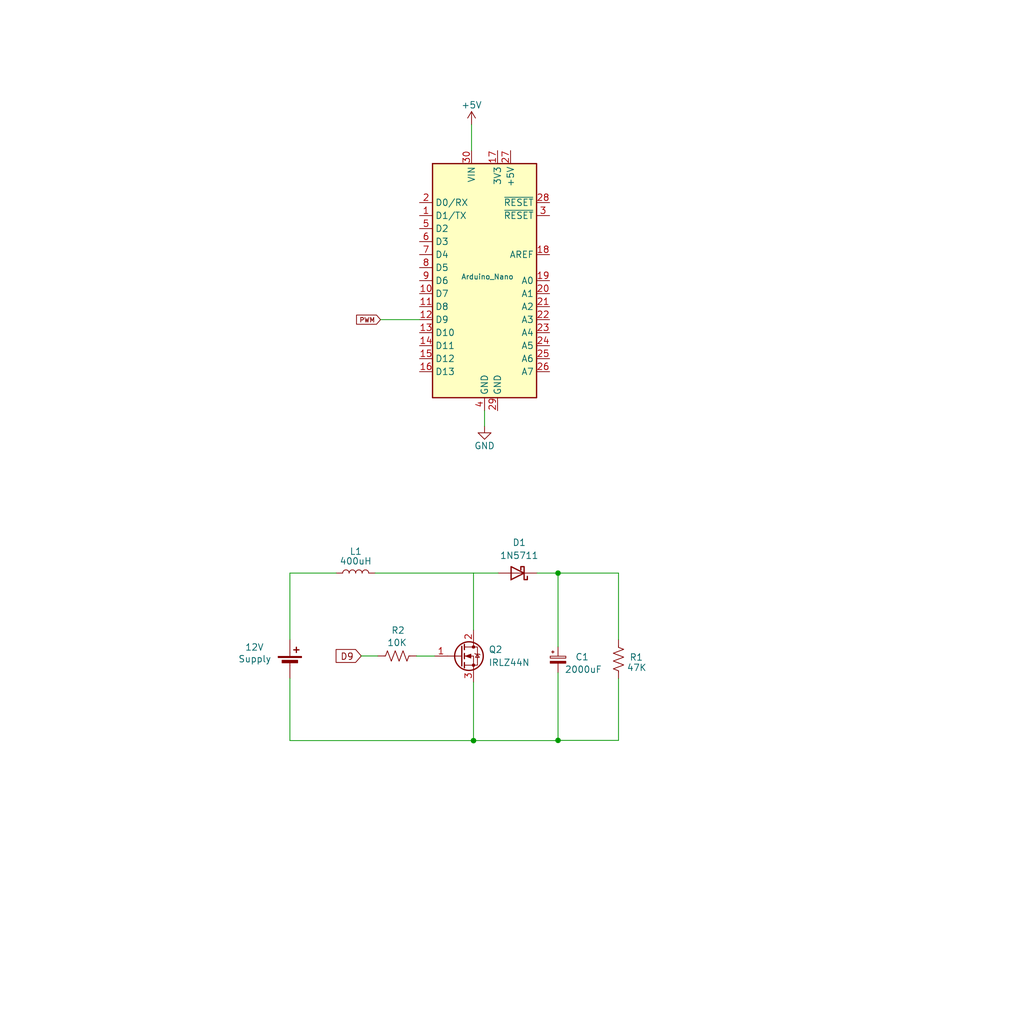
<source format=kicad_sch>
(kicad_sch (version 20230121) (generator eeschema)

  (uuid 04319823-053f-458e-bf27-4c14243ad012)

  (paper "User" 200 200)

  (lib_symbols
    (symbol "Device:Battery_Cell" (pin_numbers hide) (pin_names (offset 0) hide) (in_bom yes) (on_board yes)
      (property "Reference" "BT" (at 2.54 2.54 0)
        (effects (font (size 1.27 1.27)) (justify left))
      )
      (property "Value" "Battery_Cell" (at 2.54 0 0)
        (effects (font (size 1.27 1.27)) (justify left))
      )
      (property "Footprint" "" (at 0 1.524 90)
        (effects (font (size 1.27 1.27)) hide)
      )
      (property "Datasheet" "~" (at 0 1.524 90)
        (effects (font (size 1.27 1.27)) hide)
      )
      (property "ki_keywords" "battery cell" (at 0 0 0)
        (effects (font (size 1.27 1.27)) hide)
      )
      (property "ki_description" "Single-cell battery" (at 0 0 0)
        (effects (font (size 1.27 1.27)) hide)
      )
      (symbol "Battery_Cell_0_1"
        (rectangle (start -2.286 1.778) (end 2.286 1.524)
          (stroke (width 0) (type default))
          (fill (type outline))
        )
        (rectangle (start -1.524 1.016) (end 1.524 0.508)
          (stroke (width 0) (type default))
          (fill (type outline))
        )
        (polyline
          (pts
            (xy 0 0.762)
            (xy 0 0)
          )
          (stroke (width 0) (type default))
          (fill (type none))
        )
        (polyline
          (pts
            (xy 0 1.778)
            (xy 0 2.54)
          )
          (stroke (width 0) (type default))
          (fill (type none))
        )
        (polyline
          (pts
            (xy 0.762 3.048)
            (xy 1.778 3.048)
          )
          (stroke (width 0.254) (type default))
          (fill (type none))
        )
        (polyline
          (pts
            (xy 1.27 3.556)
            (xy 1.27 2.54)
          )
          (stroke (width 0.254) (type default))
          (fill (type none))
        )
      )
      (symbol "Battery_Cell_1_1"
        (pin passive line (at 0 5.08 270) (length 2.54)
          (name "+" (effects (font (size 1.27 1.27))))
          (number "1" (effects (font (size 1.27 1.27))))
        )
        (pin passive line (at 0 -2.54 90) (length 2.54)
          (name "-" (effects (font (size 1.27 1.27))))
          (number "2" (effects (font (size 1.27 1.27))))
        )
      )
    )
    (symbol "Device:C_Polarized_Small" (pin_numbers hide) (pin_names (offset 0.254) hide) (in_bom yes) (on_board yes)
      (property "Reference" "C" (at 0.254 1.778 0)
        (effects (font (size 1.27 1.27)) (justify left))
      )
      (property "Value" "C_Polarized_Small" (at 0.254 -2.032 0)
        (effects (font (size 1.27 1.27)) (justify left))
      )
      (property "Footprint" "" (at 0 0 0)
        (effects (font (size 1.27 1.27)) hide)
      )
      (property "Datasheet" "~" (at 0 0 0)
        (effects (font (size 1.27 1.27)) hide)
      )
      (property "ki_keywords" "cap capacitor" (at 0 0 0)
        (effects (font (size 1.27 1.27)) hide)
      )
      (property "ki_description" "Polarized capacitor, small symbol" (at 0 0 0)
        (effects (font (size 1.27 1.27)) hide)
      )
      (property "ki_fp_filters" "CP_*" (at 0 0 0)
        (effects (font (size 1.27 1.27)) hide)
      )
      (symbol "C_Polarized_Small_0_1"
        (rectangle (start -1.524 -0.3048) (end 1.524 -0.6858)
          (stroke (width 0) (type default))
          (fill (type outline))
        )
        (rectangle (start -1.524 0.6858) (end 1.524 0.3048)
          (stroke (width 0) (type default))
          (fill (type none))
        )
        (polyline
          (pts
            (xy -1.27 1.524)
            (xy -0.762 1.524)
          )
          (stroke (width 0) (type default))
          (fill (type none))
        )
        (polyline
          (pts
            (xy -1.016 1.27)
            (xy -1.016 1.778)
          )
          (stroke (width 0) (type default))
          (fill (type none))
        )
      )
      (symbol "C_Polarized_Small_1_1"
        (pin passive line (at 0 2.54 270) (length 1.8542)
          (name "~" (effects (font (size 1.27 1.27))))
          (number "1" (effects (font (size 1.27 1.27))))
        )
        (pin passive line (at 0 -2.54 90) (length 1.8542)
          (name "~" (effects (font (size 1.27 1.27))))
          (number "2" (effects (font (size 1.27 1.27))))
        )
      )
    )
    (symbol "Device:L" (pin_numbers hide) (pin_names (offset 1.016) hide) (in_bom yes) (on_board yes)
      (property "Reference" "L" (at -1.27 0 90)
        (effects (font (size 1.27 1.27)))
      )
      (property "Value" "L" (at 1.905 0 90)
        (effects (font (size 1.27 1.27)))
      )
      (property "Footprint" "" (at 0 0 0)
        (effects (font (size 1.27 1.27)) hide)
      )
      (property "Datasheet" "~" (at 0 0 0)
        (effects (font (size 1.27 1.27)) hide)
      )
      (property "ki_keywords" "inductor choke coil reactor magnetic" (at 0 0 0)
        (effects (font (size 1.27 1.27)) hide)
      )
      (property "ki_description" "Inductor" (at 0 0 0)
        (effects (font (size 1.27 1.27)) hide)
      )
      (property "ki_fp_filters" "Choke_* *Coil* Inductor_* L_*" (at 0 0 0)
        (effects (font (size 1.27 1.27)) hide)
      )
      (symbol "L_0_1"
        (arc (start 0 -2.54) (mid 0.6323 -1.905) (end 0 -1.27)
          (stroke (width 0) (type default))
          (fill (type none))
        )
        (arc (start 0 -1.27) (mid 0.6323 -0.635) (end 0 0)
          (stroke (width 0) (type default))
          (fill (type none))
        )
        (arc (start 0 0) (mid 0.6323 0.635) (end 0 1.27)
          (stroke (width 0) (type default))
          (fill (type none))
        )
        (arc (start 0 1.27) (mid 0.6323 1.905) (end 0 2.54)
          (stroke (width 0) (type default))
          (fill (type none))
        )
      )
      (symbol "L_1_1"
        (pin passive line (at 0 3.81 270) (length 1.27)
          (name "1" (effects (font (size 1.27 1.27))))
          (number "1" (effects (font (size 1.27 1.27))))
        )
        (pin passive line (at 0 -3.81 90) (length 1.27)
          (name "2" (effects (font (size 1.27 1.27))))
          (number "2" (effects (font (size 1.27 1.27))))
        )
      )
    )
    (symbol "Device:R_US" (pin_numbers hide) (pin_names (offset 0)) (in_bom yes) (on_board yes)
      (property "Reference" "R" (at 2.54 0 90)
        (effects (font (size 1.27 1.27)))
      )
      (property "Value" "R_US" (at -2.54 0 90)
        (effects (font (size 1.27 1.27)))
      )
      (property "Footprint" "" (at 1.016 -0.254 90)
        (effects (font (size 1.27 1.27)) hide)
      )
      (property "Datasheet" "~" (at 0 0 0)
        (effects (font (size 1.27 1.27)) hide)
      )
      (property "ki_keywords" "R res resistor" (at 0 0 0)
        (effects (font (size 1.27 1.27)) hide)
      )
      (property "ki_description" "Resistor, US symbol" (at 0 0 0)
        (effects (font (size 1.27 1.27)) hide)
      )
      (property "ki_fp_filters" "R_*" (at 0 0 0)
        (effects (font (size 1.27 1.27)) hide)
      )
      (symbol "R_US_0_1"
        (polyline
          (pts
            (xy 0 -2.286)
            (xy 0 -2.54)
          )
          (stroke (width 0) (type default))
          (fill (type none))
        )
        (polyline
          (pts
            (xy 0 2.286)
            (xy 0 2.54)
          )
          (stroke (width 0) (type default))
          (fill (type none))
        )
        (polyline
          (pts
            (xy 0 -0.762)
            (xy 1.016 -1.143)
            (xy 0 -1.524)
            (xy -1.016 -1.905)
            (xy 0 -2.286)
          )
          (stroke (width 0) (type default))
          (fill (type none))
        )
        (polyline
          (pts
            (xy 0 0.762)
            (xy 1.016 0.381)
            (xy 0 0)
            (xy -1.016 -0.381)
            (xy 0 -0.762)
          )
          (stroke (width 0) (type default))
          (fill (type none))
        )
        (polyline
          (pts
            (xy 0 2.286)
            (xy 1.016 1.905)
            (xy 0 1.524)
            (xy -1.016 1.143)
            (xy 0 0.762)
          )
          (stroke (width 0) (type default))
          (fill (type none))
        )
      )
      (symbol "R_US_1_1"
        (pin passive line (at 0 3.81 270) (length 1.27)
          (name "~" (effects (font (size 1.27 1.27))))
          (number "1" (effects (font (size 1.27 1.27))))
        )
        (pin passive line (at 0 -3.81 90) (length 1.27)
          (name "~" (effects (font (size 1.27 1.27))))
          (number "2" (effects (font (size 1.27 1.27))))
        )
      )
    )
    (symbol "Diode:1N5711" (pin_numbers hide) (pin_names (offset 1.016) hide) (in_bom yes) (on_board yes)
      (property "Reference" "D" (at 0 2.54 0)
        (effects (font (size 1.27 1.27)))
      )
      (property "Value" "1N5711" (at 0 -2.54 0)
        (effects (font (size 1.27 1.27)))
      )
      (property "Footprint" "Diode_THT:D_DO-35_SOD27_P7.62mm_Horizontal" (at 0 -4.445 0)
        (effects (font (size 1.27 1.27)) hide)
      )
      (property "Datasheet" "https://www.microsemi.com/document-portal/doc_download/8865-lds-0040-datasheet" (at 0 0 0)
        (effects (font (size 1.27 1.27)) hide)
      )
      (property "ki_keywords" "diode Schottky" (at 0 0 0)
        (effects (font (size 1.27 1.27)) hide)
      )
      (property "ki_description" "70V 33mA Schottky diode, DO-35" (at 0 0 0)
        (effects (font (size 1.27 1.27)) hide)
      )
      (property "ki_fp_filters" "D*DO?35*" (at 0 0 0)
        (effects (font (size 1.27 1.27)) hide)
      )
      (symbol "1N5711_0_1"
        (polyline
          (pts
            (xy 1.27 0)
            (xy -1.27 0)
          )
          (stroke (width 0) (type default))
          (fill (type none))
        )
        (polyline
          (pts
            (xy 1.27 1.27)
            (xy 1.27 -1.27)
            (xy -1.27 0)
            (xy 1.27 1.27)
          )
          (stroke (width 0.254) (type default))
          (fill (type none))
        )
        (polyline
          (pts
            (xy -1.905 0.635)
            (xy -1.905 1.27)
            (xy -1.27 1.27)
            (xy -1.27 -1.27)
            (xy -0.635 -1.27)
            (xy -0.635 -0.635)
          )
          (stroke (width 0.254) (type default))
          (fill (type none))
        )
      )
      (symbol "1N5711_1_1"
        (pin passive line (at -3.81 0 0) (length 2.54)
          (name "K" (effects (font (size 1.27 1.27))))
          (number "1" (effects (font (size 1.27 1.27))))
        )
        (pin passive line (at 3.81 0 180) (length 2.54)
          (name "A" (effects (font (size 1.27 1.27))))
          (number "2" (effects (font (size 1.27 1.27))))
        )
      )
    )
    (symbol "MCU_Module:Arduino_Nano_v3.x" (in_bom yes) (on_board yes)
      (property "Reference" "A" (at -10.16 23.495 0)
        (effects (font (size 1.27 1.27)) (justify left bottom))
      )
      (property "Value" "Arduino_Nano_v3.x" (at 5.08 -24.13 0)
        (effects (font (size 1.27 1.27)) (justify left top))
      )
      (property "Footprint" "Module:Arduino_Nano" (at 0 0 0)
        (effects (font (size 1.27 1.27) italic) hide)
      )
      (property "Datasheet" "http://www.mouser.com/pdfdocs/Gravitech_Arduino_Nano3_0.pdf" (at 0 0 0)
        (effects (font (size 1.27 1.27)) hide)
      )
      (property "ki_keywords" "Arduino nano microcontroller module USB" (at 0 0 0)
        (effects (font (size 1.27 1.27)) hide)
      )
      (property "ki_description" "Arduino Nano v3.x" (at 0 0 0)
        (effects (font (size 1.27 1.27)) hide)
      )
      (property "ki_fp_filters" "Arduino*Nano*" (at 0 0 0)
        (effects (font (size 1.27 1.27)) hide)
      )
      (symbol "Arduino_Nano_v3.x_0_1"
        (rectangle (start -10.16 22.86) (end 10.16 -22.86)
          (stroke (width 0.254) (type default))
          (fill (type background))
        )
      )
      (symbol "Arduino_Nano_v3.x_1_1"
        (pin bidirectional line (at -12.7 12.7 0) (length 2.54)
          (name "D1/TX" (effects (font (size 1.27 1.27))))
          (number "1" (effects (font (size 1.27 1.27))))
        )
        (pin bidirectional line (at -12.7 -2.54 0) (length 2.54)
          (name "D7" (effects (font (size 1.27 1.27))))
          (number "10" (effects (font (size 1.27 1.27))))
        )
        (pin bidirectional line (at -12.7 -5.08 0) (length 2.54)
          (name "D8" (effects (font (size 1.27 1.27))))
          (number "11" (effects (font (size 1.27 1.27))))
        )
        (pin bidirectional line (at -12.7 -7.62 0) (length 2.54)
          (name "D9" (effects (font (size 1.27 1.27))))
          (number "12" (effects (font (size 1.27 1.27))))
        )
        (pin bidirectional line (at -12.7 -10.16 0) (length 2.54)
          (name "D10" (effects (font (size 1.27 1.27))))
          (number "13" (effects (font (size 1.27 1.27))))
        )
        (pin bidirectional line (at -12.7 -12.7 0) (length 2.54)
          (name "D11" (effects (font (size 1.27 1.27))))
          (number "14" (effects (font (size 1.27 1.27))))
        )
        (pin bidirectional line (at -12.7 -15.24 0) (length 2.54)
          (name "D12" (effects (font (size 1.27 1.27))))
          (number "15" (effects (font (size 1.27 1.27))))
        )
        (pin bidirectional line (at -12.7 -17.78 0) (length 2.54)
          (name "D13" (effects (font (size 1.27 1.27))))
          (number "16" (effects (font (size 1.27 1.27))))
        )
        (pin power_out line (at 2.54 25.4 270) (length 2.54)
          (name "3V3" (effects (font (size 1.27 1.27))))
          (number "17" (effects (font (size 1.27 1.27))))
        )
        (pin input line (at 12.7 5.08 180) (length 2.54)
          (name "AREF" (effects (font (size 1.27 1.27))))
          (number "18" (effects (font (size 1.27 1.27))))
        )
        (pin bidirectional line (at 12.7 0 180) (length 2.54)
          (name "A0" (effects (font (size 1.27 1.27))))
          (number "19" (effects (font (size 1.27 1.27))))
        )
        (pin bidirectional line (at -12.7 15.24 0) (length 2.54)
          (name "D0/RX" (effects (font (size 1.27 1.27))))
          (number "2" (effects (font (size 1.27 1.27))))
        )
        (pin bidirectional line (at 12.7 -2.54 180) (length 2.54)
          (name "A1" (effects (font (size 1.27 1.27))))
          (number "20" (effects (font (size 1.27 1.27))))
        )
        (pin bidirectional line (at 12.7 -5.08 180) (length 2.54)
          (name "A2" (effects (font (size 1.27 1.27))))
          (number "21" (effects (font (size 1.27 1.27))))
        )
        (pin bidirectional line (at 12.7 -7.62 180) (length 2.54)
          (name "A3" (effects (font (size 1.27 1.27))))
          (number "22" (effects (font (size 1.27 1.27))))
        )
        (pin bidirectional line (at 12.7 -10.16 180) (length 2.54)
          (name "A4" (effects (font (size 1.27 1.27))))
          (number "23" (effects (font (size 1.27 1.27))))
        )
        (pin bidirectional line (at 12.7 -12.7 180) (length 2.54)
          (name "A5" (effects (font (size 1.27 1.27))))
          (number "24" (effects (font (size 1.27 1.27))))
        )
        (pin bidirectional line (at 12.7 -15.24 180) (length 2.54)
          (name "A6" (effects (font (size 1.27 1.27))))
          (number "25" (effects (font (size 1.27 1.27))))
        )
        (pin bidirectional line (at 12.7 -17.78 180) (length 2.54)
          (name "A7" (effects (font (size 1.27 1.27))))
          (number "26" (effects (font (size 1.27 1.27))))
        )
        (pin power_out line (at 5.08 25.4 270) (length 2.54)
          (name "+5V" (effects (font (size 1.27 1.27))))
          (number "27" (effects (font (size 1.27 1.27))))
        )
        (pin input line (at 12.7 15.24 180) (length 2.54)
          (name "~{RESET}" (effects (font (size 1.27 1.27))))
          (number "28" (effects (font (size 1.27 1.27))))
        )
        (pin power_in line (at 2.54 -25.4 90) (length 2.54)
          (name "GND" (effects (font (size 1.27 1.27))))
          (number "29" (effects (font (size 1.27 1.27))))
        )
        (pin input line (at 12.7 12.7 180) (length 2.54)
          (name "~{RESET}" (effects (font (size 1.27 1.27))))
          (number "3" (effects (font (size 1.27 1.27))))
        )
        (pin power_in line (at -2.54 25.4 270) (length 2.54)
          (name "VIN" (effects (font (size 1.27 1.27))))
          (number "30" (effects (font (size 1.27 1.27))))
        )
        (pin power_in line (at 0 -25.4 90) (length 2.54)
          (name "GND" (effects (font (size 1.27 1.27))))
          (number "4" (effects (font (size 1.27 1.27))))
        )
        (pin bidirectional line (at -12.7 10.16 0) (length 2.54)
          (name "D2" (effects (font (size 1.27 1.27))))
          (number "5" (effects (font (size 1.27 1.27))))
        )
        (pin bidirectional line (at -12.7 7.62 0) (length 2.54)
          (name "D3" (effects (font (size 1.27 1.27))))
          (number "6" (effects (font (size 1.27 1.27))))
        )
        (pin bidirectional line (at -12.7 5.08 0) (length 2.54)
          (name "D4" (effects (font (size 1.27 1.27))))
          (number "7" (effects (font (size 1.27 1.27))))
        )
        (pin bidirectional line (at -12.7 2.54 0) (length 2.54)
          (name "D5" (effects (font (size 1.27 1.27))))
          (number "8" (effects (font (size 1.27 1.27))))
        )
        (pin bidirectional line (at -12.7 0 0) (length 2.54)
          (name "D6" (effects (font (size 1.27 1.27))))
          (number "9" (effects (font (size 1.27 1.27))))
        )
      )
    )
    (symbol "Transistor_FET:IRLZ44N" (pin_names hide) (in_bom yes) (on_board yes)
      (property "Reference" "Q" (at 5.08 1.905 0)
        (effects (font (size 1.27 1.27)) (justify left))
      )
      (property "Value" "IRLZ44N" (at 5.08 0 0)
        (effects (font (size 1.27 1.27)) (justify left))
      )
      (property "Footprint" "Package_TO_SOT_THT:TO-220-3_Vertical" (at 5.08 -1.905 0)
        (effects (font (size 1.27 1.27) italic) (justify left) hide)
      )
      (property "Datasheet" "http://www.irf.com/product-info/datasheets/data/irlz44n.pdf" (at 5.08 -3.81 0)
        (effects (font (size 1.27 1.27)) (justify left) hide)
      )
      (property "ki_keywords" "N-Channel HEXFET MOSFET Logic-Level" (at 0 0 0)
        (effects (font (size 1.27 1.27)) hide)
      )
      (property "ki_description" "47A Id, 55V Vds, 22mOhm Rds Single N-Channel HEXFET Power MOSFET, TO-220AB" (at 0 0 0)
        (effects (font (size 1.27 1.27)) hide)
      )
      (property "ki_fp_filters" "TO?220*" (at 0 0 0)
        (effects (font (size 1.27 1.27)) hide)
      )
      (symbol "IRLZ44N_0_1"
        (polyline
          (pts
            (xy 0.254 0)
            (xy -2.54 0)
          )
          (stroke (width 0) (type default))
          (fill (type none))
        )
        (polyline
          (pts
            (xy 0.254 1.905)
            (xy 0.254 -1.905)
          )
          (stroke (width 0.254) (type default))
          (fill (type none))
        )
        (polyline
          (pts
            (xy 0.762 -1.27)
            (xy 0.762 -2.286)
          )
          (stroke (width 0.254) (type default))
          (fill (type none))
        )
        (polyline
          (pts
            (xy 0.762 0.508)
            (xy 0.762 -0.508)
          )
          (stroke (width 0.254) (type default))
          (fill (type none))
        )
        (polyline
          (pts
            (xy 0.762 2.286)
            (xy 0.762 1.27)
          )
          (stroke (width 0.254) (type default))
          (fill (type none))
        )
        (polyline
          (pts
            (xy 2.54 2.54)
            (xy 2.54 1.778)
          )
          (stroke (width 0) (type default))
          (fill (type none))
        )
        (polyline
          (pts
            (xy 2.54 -2.54)
            (xy 2.54 0)
            (xy 0.762 0)
          )
          (stroke (width 0) (type default))
          (fill (type none))
        )
        (polyline
          (pts
            (xy 0.762 -1.778)
            (xy 3.302 -1.778)
            (xy 3.302 1.778)
            (xy 0.762 1.778)
          )
          (stroke (width 0) (type default))
          (fill (type none))
        )
        (polyline
          (pts
            (xy 1.016 0)
            (xy 2.032 0.381)
            (xy 2.032 -0.381)
            (xy 1.016 0)
          )
          (stroke (width 0) (type default))
          (fill (type outline))
        )
        (polyline
          (pts
            (xy 2.794 0.508)
            (xy 2.921 0.381)
            (xy 3.683 0.381)
            (xy 3.81 0.254)
          )
          (stroke (width 0) (type default))
          (fill (type none))
        )
        (polyline
          (pts
            (xy 3.302 0.381)
            (xy 2.921 -0.254)
            (xy 3.683 -0.254)
            (xy 3.302 0.381)
          )
          (stroke (width 0) (type default))
          (fill (type none))
        )
        (circle (center 1.651 0) (radius 2.794)
          (stroke (width 0.254) (type default))
          (fill (type none))
        )
        (circle (center 2.54 -1.778) (radius 0.254)
          (stroke (width 0) (type default))
          (fill (type outline))
        )
        (circle (center 2.54 1.778) (radius 0.254)
          (stroke (width 0) (type default))
          (fill (type outline))
        )
      )
      (symbol "IRLZ44N_1_1"
        (pin input line (at -5.08 0 0) (length 2.54)
          (name "G" (effects (font (size 1.27 1.27))))
          (number "1" (effects (font (size 1.27 1.27))))
        )
        (pin passive line (at 2.54 5.08 270) (length 2.54)
          (name "D" (effects (font (size 1.27 1.27))))
          (number "2" (effects (font (size 1.27 1.27))))
        )
        (pin passive line (at 2.54 -5.08 90) (length 2.54)
          (name "S" (effects (font (size 1.27 1.27))))
          (number "3" (effects (font (size 1.27 1.27))))
        )
      )
    )
    (symbol "power:+5V" (power) (pin_names (offset 0)) (in_bom yes) (on_board yes)
      (property "Reference" "#PWR" (at 0 -3.81 0)
        (effects (font (size 1.27 1.27)) hide)
      )
      (property "Value" "+5V" (at 0 3.556 0)
        (effects (font (size 1.27 1.27)))
      )
      (property "Footprint" "" (at 0 0 0)
        (effects (font (size 1.27 1.27)) hide)
      )
      (property "Datasheet" "" (at 0 0 0)
        (effects (font (size 1.27 1.27)) hide)
      )
      (property "ki_keywords" "global power" (at 0 0 0)
        (effects (font (size 1.27 1.27)) hide)
      )
      (property "ki_description" "Power symbol creates a global label with name \"+5V\"" (at 0 0 0)
        (effects (font (size 1.27 1.27)) hide)
      )
      (symbol "+5V_0_1"
        (polyline
          (pts
            (xy -0.762 1.27)
            (xy 0 2.54)
          )
          (stroke (width 0) (type default))
          (fill (type none))
        )
        (polyline
          (pts
            (xy 0 0)
            (xy 0 2.54)
          )
          (stroke (width 0) (type default))
          (fill (type none))
        )
        (polyline
          (pts
            (xy 0 2.54)
            (xy 0.762 1.27)
          )
          (stroke (width 0) (type default))
          (fill (type none))
        )
      )
      (symbol "+5V_1_1"
        (pin power_in line (at 0 0 90) (length 0) hide
          (name "+5V" (effects (font (size 1.27 1.27))))
          (number "1" (effects (font (size 1.27 1.27))))
        )
      )
    )
    (symbol "power:GND" (power) (pin_names (offset 0)) (in_bom yes) (on_board yes)
      (property "Reference" "#PWR" (at 0 -6.35 0)
        (effects (font (size 1.27 1.27)) hide)
      )
      (property "Value" "GND" (at 0 -3.81 0)
        (effects (font (size 1.27 1.27)))
      )
      (property "Footprint" "" (at 0 0 0)
        (effects (font (size 1.27 1.27)) hide)
      )
      (property "Datasheet" "" (at 0 0 0)
        (effects (font (size 1.27 1.27)) hide)
      )
      (property "ki_keywords" "global power" (at 0 0 0)
        (effects (font (size 1.27 1.27)) hide)
      )
      (property "ki_description" "Power symbol creates a global label with name \"GND\" , ground" (at 0 0 0)
        (effects (font (size 1.27 1.27)) hide)
      )
      (symbol "GND_0_1"
        (polyline
          (pts
            (xy 0 0)
            (xy 0 -1.27)
            (xy 1.27 -1.27)
            (xy 0 -2.54)
            (xy -1.27 -1.27)
            (xy 0 -1.27)
          )
          (stroke (width 0) (type default))
          (fill (type none))
        )
      )
      (symbol "GND_1_1"
        (pin power_in line (at 0 0 270) (length 0) hide
          (name "GND" (effects (font (size 1.27 1.27))))
          (number "1" (effects (font (size 1.27 1.27))))
        )
      )
    )
  )

  (junction (at 92.4814 144.653) (diameter 0) (color 0 0 0 0)
    (uuid 1f8f925d-53b9-4da8-83e8-e79df0f1a599)
  )
  (junction (at 108.9914 111.9378) (diameter 0) (color 0 0 0 0)
    (uuid e39f3ead-0b28-4fc8-90ab-9732234ab8da)
  )
  (junction (at 108.9914 144.6022) (diameter 0) (color 0 0 0 0)
    (uuid e7d30b9b-79bc-49cc-a41a-e9055f8428ce)
  )

  (wire (pts (xy 94.6404 80.2132) (xy 94.6404 83.2612))
    (stroke (width 0) (type default))
    (uuid 1532c5cb-4555-444f-9092-ed8f892a4bd2)
  )
  (wire (pts (xy 81.3816 128.1176) (xy 81.3816 128.143))
    (stroke (width 0) (type default))
    (uuid 16d15fba-d3d5-43da-93b3-7509cc596b0d)
  )
  (wire (pts (xy 56.6166 111.9378) (xy 56.6166 124.8918))
    (stroke (width 0) (type default))
    (uuid 1b7e460d-d965-498c-a0fc-786d0cc79a01)
  )
  (wire (pts (xy 81.3816 128.143) (xy 84.8614 128.143))
    (stroke (width 0) (type default))
    (uuid 1e5f0404-3753-4a5f-8503-152d5056bb06)
  )
  (wire (pts (xy 120.8024 111.9378) (xy 120.8024 124.9172))
    (stroke (width 0) (type default))
    (uuid 3268c996-7997-4439-ae4f-e805e5a9e3d5)
  )
  (wire (pts (xy 104.902 111.9378) (xy 108.9914 111.9378))
    (stroke (width 0) (type default))
    (uuid 359f1d20-4c0e-43be-bda4-199210d2723d)
  )
  (wire (pts (xy 108.9914 144.6022) (xy 120.8024 144.6022))
    (stroke (width 0) (type default))
    (uuid 35bbd996-17c5-4311-b8c7-c9b93bb951d9)
  )
  (wire (pts (xy 73.279 111.9378) (xy 97.282 111.9378))
    (stroke (width 0) (type default))
    (uuid 3a50d57f-bc61-4133-87db-dd01800c2c57)
  )
  (wire (pts (xy 108.9914 111.9378) (xy 108.9914 126.3142))
    (stroke (width 0) (type default))
    (uuid 3ebef31b-00bb-44c0-8e13-ea3caa02651a)
  )
  (wire (pts (xy 108.9914 111.9378) (xy 120.8024 111.9378))
    (stroke (width 0) (type default))
    (uuid 4aeb1d25-1783-4348-beb3-e3e4c1f0120a)
  )
  (wire (pts (xy 92.4814 144.653) (xy 108.9914 144.653))
    (stroke (width 0) (type default))
    (uuid 4b02c73f-0837-45b8-a701-df5e8c4a6490)
  )
  (wire (pts (xy 56.6166 111.9378) (xy 65.659 111.9378))
    (stroke (width 0) (type default))
    (uuid 56dc70de-e67d-4160-9719-3dd9cbf36dd4)
  )
  (wire (pts (xy 108.9914 131.3942) (xy 108.9914 144.6022))
    (stroke (width 0) (type default))
    (uuid 5aa15164-253d-4d3a-bf6f-72767fdf0e5a)
  )
  (wire (pts (xy 108.9914 144.6022) (xy 108.9914 144.653))
    (stroke (width 0) (type default))
    (uuid 71581694-18c7-40e3-841d-9ce05f839973)
  )
  (wire (pts (xy 120.8024 132.5372) (xy 120.8024 144.6022))
    (stroke (width 0) (type default))
    (uuid 834a9b98-ed1f-4228-ae28-a7c1a670b181)
  )
  (wire (pts (xy 92.1004 24.3332) (xy 92.1004 29.4132))
    (stroke (width 0) (type default))
    (uuid b1f7ffdc-e32c-41ec-82b1-3962483c0d2b)
  )
  (wire (pts (xy 74.3204 62.4332) (xy 81.9404 62.4332))
    (stroke (width 0) (type default))
    (uuid b7498cf8-1a87-44e4-a42e-2b2df6b618f2)
  )
  (wire (pts (xy 92.4814 133.223) (xy 92.4814 144.653))
    (stroke (width 0) (type default))
    (uuid c68aef88-073f-4fe5-974a-9aa366d6162f)
  )
  (wire (pts (xy 92.4814 111.9124) (xy 92.4814 123.063))
    (stroke (width 0) (type default))
    (uuid cf52760b-376c-4109-8b75-9a5f5a152887)
  )
  (wire (pts (xy 56.6166 144.653) (xy 56.6166 132.5118))
    (stroke (width 0) (type default))
    (uuid d5cf3192-d7f1-4e64-a4da-0c42734a77a0)
  )
  (wire (pts (xy 70.5612 128.1176) (xy 73.7616 128.1176))
    (stroke (width 0) (type default))
    (uuid e18e9a12-b3db-458c-a066-418fdde69817)
  )
  (wire (pts (xy 56.6166 144.653) (xy 92.4814 144.653))
    (stroke (width 0) (type default))
    (uuid ea1d10cd-fcef-4b06-9ce0-62422ff313a1)
  )

  (global_label "PWM" (shape input) (at 74.3204 62.4332 180) (fields_autoplaced)
    (effects (font (size 0.9 0.9)) (justify right))
    (uuid ee657d6c-752a-4595-9583-05925eacf0e6)
    (property "Intersheetrefs" "${INTERSHEET_REFS}" (at 69.2479 62.4332 0)
      (effects (font (size 1.27 1.27)) (justify right) hide)
    )
  )
  (global_label "D9" (shape input) (at 70.5612 128.1176 180) (fields_autoplaced)
    (effects (font (size 1.27 1.27)) (justify right))
    (uuid f9fa3e4f-3390-4ada-abf5-3f7d2f31c92a)
    (property "Intersheetrefs" "${INTERSHEET_REFS}" (at 65.0965 128.1176 0)
      (effects (font (size 1.27 1.27)) (justify right) hide)
    )
  )

  (symbol (lib_id "Device:R_US") (at 120.8024 128.7272 0) (unit 1)
    (in_bom yes) (on_board yes) (dnp no)
    (uuid 1d42e0d2-21cc-4418-8fce-4d31a52e6cc6)
    (property "Reference" "R1" (at 122.936 128.3716 0)
      (effects (font (size 1.27 1.27)) (justify left))
    )
    (property "Value" "47K" (at 122.4026 130.4036 0)
      (effects (font (size 1.27 1.27)) (justify left))
    )
    (property "Footprint" "" (at 121.8184 128.9812 90)
      (effects (font (size 1.27 1.27)) hide)
    )
    (property "Datasheet" "~" (at 120.8024 128.7272 0)
      (effects (font (size 1.27 1.27)) hide)
    )
    (pin "1" (uuid 00d41672-7b0d-4a44-b3cd-8e1f1ac167c0))
    (pin "2" (uuid 4ba86dbf-8682-4ee2-b283-3eb67e6265d6))
    (instances
      (project "power_generation"
        (path "/04319823-053f-458e-bf27-4c14243ad012"
          (reference "R1") (unit 1)
        )
      )
    )
  )

  (symbol (lib_id "Diode:1N5711") (at 101.092 111.9378 180) (unit 1)
    (in_bom yes) (on_board yes) (dnp no) (fields_autoplaced)
    (uuid 46c5c1eb-b603-4724-ba65-ed268846a2e6)
    (property "Reference" "D1" (at 101.4095 105.9688 0)
      (effects (font (size 1.27 1.27)))
    )
    (property "Value" "1N5711" (at 101.4095 108.5088 0)
      (effects (font (size 1.27 1.27)))
    )
    (property "Footprint" "Diode_THT:D_DO-35_SOD27_P7.62mm_Horizontal" (at 101.092 107.4928 0)
      (effects (font (size 1.27 1.27)) hide)
    )
    (property "Datasheet" "https://www.microsemi.com/document-portal/doc_download/8865-lds-0040-datasheet" (at 101.092 111.9378 0)
      (effects (font (size 1.27 1.27)) hide)
    )
    (pin "1" (uuid 7cfe9cb0-82cc-4805-be5e-48db1729ed34))
    (pin "2" (uuid dd60112f-6126-4451-9638-0a3055815778))
    (instances
      (project "power_generation"
        (path "/04319823-053f-458e-bf27-4c14243ad012"
          (reference "D1") (unit 1)
        )
      )
    )
  )

  (symbol (lib_id "power:+5V") (at 92.1004 24.3332 0) (unit 1)
    (in_bom yes) (on_board yes) (dnp no)
    (uuid 5ced3c00-68ac-4af7-b403-5d90372c4464)
    (property "Reference" "#PWR01" (at 92.1004 28.1432 0)
      (effects (font (size 1.27 1.27)) hide)
    )
    (property "Value" "+5V" (at 92.1004 20.5232 0)
      (effects (font (size 1.27 1.27)))
    )
    (property "Footprint" "" (at 92.1004 24.3332 0)
      (effects (font (size 1.27 1.27)) hide)
    )
    (property "Datasheet" "" (at 92.1004 24.3332 0)
      (effects (font (size 1.27 1.27)) hide)
    )
    (pin "1" (uuid 8d94fc29-ea04-4190-aecd-af2908cc5913))
    (instances
      (project "power_generation"
        (path "/04319823-053f-458e-bf27-4c14243ad012"
          (reference "#PWR01") (unit 1)
        )
      )
    )
  )

  (symbol (lib_id "MCU_Module:Arduino_Nano_v3.x") (at 94.6404 54.8132 0) (unit 1)
    (in_bom yes) (on_board yes) (dnp no)
    (uuid 7187643d-913c-444c-a126-f5d452a4b124)
    (property "Reference" "A1" (at 92.1004 57.0992 0)
      (effects (font (size 1.27 1.27)) (justify left) hide)
    )
    (property "Value" "Arduino_Nano" (at 90.0684 54.0512 0)
      (effects (font (size 1 1)) (justify left))
    )
    (property "Footprint" "Module:Arduino_Nano" (at 94.6404 54.8132 0)
      (effects (font (size 1.27 1.27) italic) hide)
    )
    (property "Datasheet" "http://www.mouser.com/pdfdocs/Gravitech_Arduino_Nano3_0.pdf" (at 94.6404 54.8132 0)
      (effects (font (size 1.27 1.27)) hide)
    )
    (pin "21" (uuid cc44564f-30d7-485a-9daa-3d50e8a9b9fa))
    (pin "18" (uuid d6f2ad43-b664-48ea-944e-6818e7ab1456))
    (pin "23" (uuid 2e0db4d3-334c-4d0c-be2e-8e269a67f34d))
    (pin "17" (uuid f862f28e-30b7-40f2-bda3-31748dd682e2))
    (pin "5" (uuid c1b07083-5e81-4c93-ae94-76af358c4d39))
    (pin "11" (uuid 253d5b87-e015-4519-9f76-ca3a5040aa2a))
    (pin "25" (uuid 65bcbc5f-b597-4b07-9539-962711767955))
    (pin "2" (uuid 9170ef9a-8fcb-499c-bf3c-53d50f9b2a93))
    (pin "9" (uuid ba654d1a-a11b-4dda-9690-59ded9283539))
    (pin "7" (uuid 97684cd8-dd39-47e1-90b1-6aa4d59075bb))
    (pin "1" (uuid 0fa88098-6c2f-47b7-a498-6ea09f8ec770))
    (pin "22" (uuid bfbdc39a-0ec2-4921-a765-f551c3a48546))
    (pin "4" (uuid 56ca6562-a5f1-47c2-a3db-fd22dc002e68))
    (pin "28" (uuid 54315fa6-4657-4e13-a10a-15175ed32d6c))
    (pin "14" (uuid 5b86d2d0-ce13-47ec-a61c-eb3f8ed1dfee))
    (pin "26" (uuid e08b8637-9b08-4805-8c3b-6a84c2f2beaf))
    (pin "29" (uuid 1156bacf-5db7-4e47-8a8c-3bc3bfa38a33))
    (pin "3" (uuid bac8d8ee-39c2-407f-b760-179136f0c0f0))
    (pin "8" (uuid b080069e-131b-4b20-bec7-6a3d5103f96e))
    (pin "24" (uuid 269ff120-cef0-478d-af20-44f7cfdd3e43))
    (pin "6" (uuid a716f44a-4c66-4c24-af13-19e737f6be1d))
    (pin "12" (uuid dd5edda6-de38-4597-88dc-798c2021a3a2))
    (pin "16" (uuid 690209ed-7166-4afb-a1c4-7e4d8d566ef0))
    (pin "19" (uuid 61b5bc29-c5bb-4b6a-a713-b283b7125195))
    (pin "30" (uuid ea47e33e-9b2e-4da4-9c15-8a40223a61a2))
    (pin "10" (uuid 5e06b08a-b32d-4b1d-8c89-a582c2ca4aa8))
    (pin "13" (uuid 9414554d-53b8-4f7d-b752-63698082b470))
    (pin "15" (uuid 9ec66bca-c6e0-493a-b574-1357fb71f08a))
    (pin "27" (uuid 8038c559-6aaf-4db4-a0b9-8c2b2e19dfa1))
    (pin "20" (uuid 58022f4a-5336-40c5-a81b-f34d184dc403))
    (instances
      (project "power_generation"
        (path "/04319823-053f-458e-bf27-4c14243ad012"
          (reference "A1") (unit 1)
        )
      )
    )
  )

  (symbol (lib_id "Device:C_Polarized_Small") (at 108.9914 128.8542 0) (unit 1)
    (in_bom yes) (on_board yes) (dnp no)
    (uuid 798f03c6-83e9-417c-a8cb-541a84c4ba70)
    (property "Reference" "C1" (at 112.3442 128.3081 0)
      (effects (font (size 1.27 1.27)) (justify left))
    )
    (property "Value" "2000uF" (at 110.2868 130.7592 0)
      (effects (font (size 1.27 1.27)) (justify left))
    )
    (property "Footprint" "" (at 108.9914 128.8542 0)
      (effects (font (size 1.27 1.27)) hide)
    )
    (property "Datasheet" "~" (at 108.9914 128.8542 0)
      (effects (font (size 1.27 1.27)) hide)
    )
    (pin "1" (uuid 314af5fc-63f9-439e-83ce-ec7190a2cccb))
    (pin "2" (uuid 213bb89e-3740-4857-bc6c-72ae963fa68e))
    (instances
      (project "power_generation"
        (path "/04319823-053f-458e-bf27-4c14243ad012"
          (reference "C1") (unit 1)
        )
      )
    )
  )

  (symbol (lib_id "Transistor_FET:IRLZ44N") (at 89.9414 128.143 0) (unit 1)
    (in_bom yes) (on_board yes) (dnp no) (fields_autoplaced)
    (uuid 94171826-7e19-49c6-a54a-867a72f5721c)
    (property "Reference" "Q2" (at 95.4024 126.873 0)
      (effects (font (size 1.27 1.27)) (justify left))
    )
    (property "Value" "IRLZ44N" (at 95.4024 129.413 0)
      (effects (font (size 1.27 1.27)) (justify left))
    )
    (property "Footprint" "Package_TO_SOT_THT:TO-220-3_Vertical" (at 95.0214 130.048 0)
      (effects (font (size 1.27 1.27) italic) (justify left) hide)
    )
    (property "Datasheet" "http://www.irf.com/product-info/datasheets/data/irlz44n.pdf" (at 95.0214 131.953 0)
      (effects (font (size 1.27 1.27)) (justify left) hide)
    )
    (pin "2" (uuid b313482c-efb5-4696-a10f-f7e54b3984e2))
    (pin "1" (uuid 3c7717c4-7231-4c55-ad65-7632f7d0e330))
    (pin "3" (uuid fff52b86-3cad-489b-ad72-74730fa49b50))
    (instances
      (project "power_generation"
        (path "/04319823-053f-458e-bf27-4c14243ad012"
          (reference "Q2") (unit 1)
        )
      )
    )
  )

  (symbol (lib_id "Device:Battery_Cell") (at 56.6166 129.9718 0) (unit 1)
    (in_bom yes) (on_board yes) (dnp no)
    (uuid 9e117001-241e-401c-b252-ee2384d08885)
    (property "Reference" "12V" (at 47.8282 126.4158 0)
      (effects (font (size 1.27 1.27)) (justify left))
    )
    (property "Value" "Supply" (at 46.5074 128.7018 0)
      (effects (font (size 1.27 1.27)) (justify left))
    )
    (property "Footprint" "" (at 56.6166 128.4478 90)
      (effects (font (size 1.27 1.27)) hide)
    )
    (property "Datasheet" "~" (at 56.6166 128.4478 90)
      (effects (font (size 1.27 1.27)) hide)
    )
    (pin "2" (uuid bdc8ef0c-dc07-471b-9748-e2a9b981b526))
    (pin "1" (uuid 38b8392f-c5dd-44be-a381-b900be39c56f))
    (instances
      (project "power_generation"
        (path "/04319823-053f-458e-bf27-4c14243ad012"
          (reference "12V") (unit 1)
        )
      )
    )
  )

  (symbol (lib_id "power:GND") (at 94.6404 83.2612 0) (unit 1)
    (in_bom yes) (on_board yes) (dnp no)
    (uuid a35e660c-c931-4479-8b60-59db80881ec6)
    (property "Reference" "#PWR02" (at 94.6404 89.6112 0)
      (effects (font (size 1.27 1.27)) hide)
    )
    (property "Value" "GND" (at 94.6404 87.0712 0)
      (effects (font (size 1.27 1.27)))
    )
    (property "Footprint" "" (at 94.6404 83.2612 0)
      (effects (font (size 1.27 1.27)) hide)
    )
    (property "Datasheet" "" (at 94.6404 83.2612 0)
      (effects (font (size 1.27 1.27)) hide)
    )
    (pin "1" (uuid 9392b6b4-03bf-46c7-b206-6701a9ce785b))
    (instances
      (project "power_generation"
        (path "/04319823-053f-458e-bf27-4c14243ad012"
          (reference "#PWR02") (unit 1)
        )
      )
    )
  )

  (symbol (lib_id "Device:R_US") (at 77.5716 128.1176 90) (unit 1)
    (in_bom yes) (on_board yes) (dnp no)
    (uuid a54a6ea7-ee2e-4daa-9232-789f7326656e)
    (property "Reference" "R2" (at 77.7494 123.1138 90)
      (effects (font (size 1.27 1.27)))
    )
    (property "Value" "10K" (at 77.5462 125.5268 90)
      (effects (font (size 1.27 1.27)))
    )
    (property "Footprint" "" (at 77.8256 127.1016 90)
      (effects (font (size 1.27 1.27)) hide)
    )
    (property "Datasheet" "~" (at 77.5716 128.1176 0)
      (effects (font (size 1.27 1.27)) hide)
    )
    (pin "1" (uuid e2f73745-ed43-4ea2-9fcf-5846d2c0e441))
    (pin "2" (uuid 2e27e67d-2fe5-4f35-b121-9b38ca90c220))
    (instances
      (project "power_generation"
        (path "/04319823-053f-458e-bf27-4c14243ad012"
          (reference "R2") (unit 1)
        )
      )
    )
  )

  (symbol (lib_id "Device:L") (at 69.469 111.9378 90) (unit 1)
    (in_bom yes) (on_board yes) (dnp no)
    (uuid b6d7b416-d8af-4160-930f-d01db7e66adf)
    (property "Reference" "L1" (at 69.4944 107.696 90)
      (effects (font (size 1.27 1.27)))
    )
    (property "Value" "400uH" (at 69.469 109.601 90)
      (effects (font (size 1.27 1.27)))
    )
    (property "Footprint" "" (at 69.469 111.9378 0)
      (effects (font (size 1.27 1.27)) hide)
    )
    (property "Datasheet" "~" (at 69.469 111.9378 0)
      (effects (font (size 1.27 1.27)) hide)
    )
    (pin "1" (uuid b196541c-3709-48a2-960e-dac805f47411))
    (pin "2" (uuid 2f7e02bb-f778-4211-8f04-7371211c37cf))
    (instances
      (project "power_generation"
        (path "/04319823-053f-458e-bf27-4c14243ad012"
          (reference "L1") (unit 1)
        )
      )
    )
  )

  (sheet_instances
    (path "/" (page "1"))
  )
)

</source>
